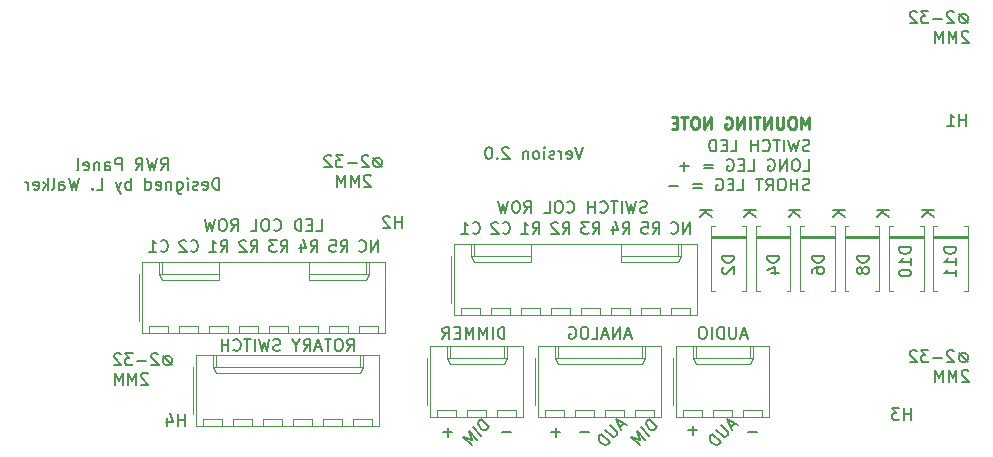
<source format=gbr>
G04 #@! TF.GenerationSoftware,KiCad,Pcbnew,(5.1.5-0-10_14)*
G04 #@! TF.CreationDate,2021-10-24T14:20:49+10:00*
G04 #@! TF.ProjectId,RWR_Control_Panel,5257525f-436f-46e7-9472-6f6c5f50616e,-*
G04 #@! TF.SameCoordinates,Original*
G04 #@! TF.FileFunction,Legend,Bot*
G04 #@! TF.FilePolarity,Positive*
%FSLAX46Y46*%
G04 Gerber Fmt 4.6, Leading zero omitted, Abs format (unit mm)*
G04 Created by KiCad (PCBNEW (5.1.5-0-10_14)) date 2021-10-24 14:20:49*
%MOMM*%
%LPD*%
G04 APERTURE LIST*
%ADD10C,0.150000*%
%ADD11C,0.250000*%
%ADD12C,0.120000*%
G04 APERTURE END LIST*
D10*
X160178226Y-96893130D02*
X159844892Y-97893130D01*
X159511559Y-96893130D01*
X158797273Y-97845511D02*
X158892511Y-97893130D01*
X159082988Y-97893130D01*
X159178226Y-97845511D01*
X159225845Y-97750273D01*
X159225845Y-97369321D01*
X159178226Y-97274083D01*
X159082988Y-97226464D01*
X158892511Y-97226464D01*
X158797273Y-97274083D01*
X158749654Y-97369321D01*
X158749654Y-97464559D01*
X159225845Y-97559797D01*
X158321083Y-97893130D02*
X158321083Y-97226464D01*
X158321083Y-97416940D02*
X158273464Y-97321702D01*
X158225845Y-97274083D01*
X158130607Y-97226464D01*
X158035369Y-97226464D01*
X157749654Y-97845511D02*
X157654416Y-97893130D01*
X157463940Y-97893130D01*
X157368702Y-97845511D01*
X157321083Y-97750273D01*
X157321083Y-97702654D01*
X157368702Y-97607416D01*
X157463940Y-97559797D01*
X157606797Y-97559797D01*
X157702035Y-97512178D01*
X157749654Y-97416940D01*
X157749654Y-97369321D01*
X157702035Y-97274083D01*
X157606797Y-97226464D01*
X157463940Y-97226464D01*
X157368702Y-97274083D01*
X156892511Y-97893130D02*
X156892511Y-97226464D01*
X156892511Y-96893130D02*
X156940130Y-96940750D01*
X156892511Y-96988369D01*
X156844892Y-96940750D01*
X156892511Y-96893130D01*
X156892511Y-96988369D01*
X156273464Y-97893130D02*
X156368702Y-97845511D01*
X156416321Y-97797892D01*
X156463940Y-97702654D01*
X156463940Y-97416940D01*
X156416321Y-97321702D01*
X156368702Y-97274083D01*
X156273464Y-97226464D01*
X156130607Y-97226464D01*
X156035369Y-97274083D01*
X155987750Y-97321702D01*
X155940130Y-97416940D01*
X155940130Y-97702654D01*
X155987750Y-97797892D01*
X156035369Y-97845511D01*
X156130607Y-97893130D01*
X156273464Y-97893130D01*
X155511559Y-97226464D02*
X155511559Y-97893130D01*
X155511559Y-97321702D02*
X155463940Y-97274083D01*
X155368702Y-97226464D01*
X155225845Y-97226464D01*
X155130607Y-97274083D01*
X155082988Y-97369321D01*
X155082988Y-97893130D01*
X153892511Y-96988369D02*
X153844892Y-96940750D01*
X153749654Y-96893130D01*
X153511559Y-96893130D01*
X153416321Y-96940750D01*
X153368702Y-96988369D01*
X153321083Y-97083607D01*
X153321083Y-97178845D01*
X153368702Y-97321702D01*
X153940130Y-97893130D01*
X153321083Y-97893130D01*
X152892511Y-97797892D02*
X152844892Y-97845511D01*
X152892511Y-97893130D01*
X152940130Y-97845511D01*
X152892511Y-97797892D01*
X152892511Y-97893130D01*
X152225845Y-96893130D02*
X152130607Y-96893130D01*
X152035369Y-96940750D01*
X151987750Y-96988369D01*
X151940130Y-97083607D01*
X151892511Y-97274083D01*
X151892511Y-97512178D01*
X151940130Y-97702654D01*
X151987750Y-97797892D01*
X152035369Y-97845511D01*
X152130607Y-97893130D01*
X152225845Y-97893130D01*
X152321083Y-97845511D01*
X152368702Y-97797892D01*
X152416321Y-97702654D01*
X152463940Y-97512178D01*
X152463940Y-97274083D01*
X152416321Y-97083607D01*
X152368702Y-96988369D01*
X152321083Y-96940750D01*
X152225845Y-96893130D01*
X179321773Y-97211511D02*
X179178916Y-97259130D01*
X178940821Y-97259130D01*
X178845583Y-97211511D01*
X178797964Y-97163892D01*
X178750345Y-97068654D01*
X178750345Y-96973416D01*
X178797964Y-96878178D01*
X178845583Y-96830559D01*
X178940821Y-96782940D01*
X179131297Y-96735321D01*
X179226535Y-96687702D01*
X179274154Y-96640083D01*
X179321773Y-96544845D01*
X179321773Y-96449607D01*
X179274154Y-96354369D01*
X179226535Y-96306750D01*
X179131297Y-96259130D01*
X178893202Y-96259130D01*
X178750345Y-96306750D01*
X178417011Y-96259130D02*
X178178916Y-97259130D01*
X177988440Y-96544845D01*
X177797964Y-97259130D01*
X177559869Y-96259130D01*
X177178916Y-97259130D02*
X177178916Y-96259130D01*
X176845583Y-96259130D02*
X176274154Y-96259130D01*
X176559869Y-97259130D02*
X176559869Y-96259130D01*
X175369392Y-97163892D02*
X175417011Y-97211511D01*
X175559869Y-97259130D01*
X175655107Y-97259130D01*
X175797964Y-97211511D01*
X175893202Y-97116273D01*
X175940821Y-97021035D01*
X175988440Y-96830559D01*
X175988440Y-96687702D01*
X175940821Y-96497226D01*
X175893202Y-96401988D01*
X175797964Y-96306750D01*
X175655107Y-96259130D01*
X175559869Y-96259130D01*
X175417011Y-96306750D01*
X175369392Y-96354369D01*
X174940821Y-97259130D02*
X174940821Y-96259130D01*
X174940821Y-96735321D02*
X174369392Y-96735321D01*
X174369392Y-97259130D02*
X174369392Y-96259130D01*
X172655107Y-97259130D02*
X173131297Y-97259130D01*
X173131297Y-96259130D01*
X172321773Y-96735321D02*
X171988440Y-96735321D01*
X171845583Y-97259130D02*
X172321773Y-97259130D01*
X172321773Y-96259130D01*
X171845583Y-96259130D01*
X171417011Y-97259130D02*
X171417011Y-96259130D01*
X171178916Y-96259130D01*
X171036059Y-96306750D01*
X170940821Y-96401988D01*
X170893202Y-96497226D01*
X170845583Y-96687702D01*
X170845583Y-96830559D01*
X170893202Y-97021035D01*
X170940821Y-97116273D01*
X171036059Y-97211511D01*
X171178916Y-97259130D01*
X171417011Y-97259130D01*
X178797964Y-98909130D02*
X179274154Y-98909130D01*
X179274154Y-97909130D01*
X178274154Y-97909130D02*
X178083678Y-97909130D01*
X177988440Y-97956750D01*
X177893202Y-98051988D01*
X177845583Y-98242464D01*
X177845583Y-98575797D01*
X177893202Y-98766273D01*
X177988440Y-98861511D01*
X178083678Y-98909130D01*
X178274154Y-98909130D01*
X178369392Y-98861511D01*
X178464630Y-98766273D01*
X178512250Y-98575797D01*
X178512250Y-98242464D01*
X178464630Y-98051988D01*
X178369392Y-97956750D01*
X178274154Y-97909130D01*
X177417011Y-98909130D02*
X177417011Y-97909130D01*
X176845583Y-98909130D01*
X176845583Y-97909130D01*
X175845583Y-97956750D02*
X175940821Y-97909130D01*
X176083678Y-97909130D01*
X176226535Y-97956750D01*
X176321773Y-98051988D01*
X176369392Y-98147226D01*
X176417011Y-98337702D01*
X176417011Y-98480559D01*
X176369392Y-98671035D01*
X176321773Y-98766273D01*
X176226535Y-98861511D01*
X176083678Y-98909130D01*
X175988440Y-98909130D01*
X175845583Y-98861511D01*
X175797964Y-98813892D01*
X175797964Y-98480559D01*
X175988440Y-98480559D01*
X174131297Y-98909130D02*
X174607488Y-98909130D01*
X174607488Y-97909130D01*
X173797964Y-98385321D02*
X173464630Y-98385321D01*
X173321773Y-98909130D02*
X173797964Y-98909130D01*
X173797964Y-97909130D01*
X173321773Y-97909130D01*
X172369392Y-97956750D02*
X172464630Y-97909130D01*
X172607488Y-97909130D01*
X172750345Y-97956750D01*
X172845583Y-98051988D01*
X172893202Y-98147226D01*
X172940821Y-98337702D01*
X172940821Y-98480559D01*
X172893202Y-98671035D01*
X172845583Y-98766273D01*
X172750345Y-98861511D01*
X172607488Y-98909130D01*
X172512250Y-98909130D01*
X172369392Y-98861511D01*
X172321773Y-98813892D01*
X172321773Y-98480559D01*
X172512250Y-98480559D01*
X171131297Y-98385321D02*
X170369392Y-98385321D01*
X170369392Y-98671035D02*
X171131297Y-98671035D01*
X169131297Y-98528178D02*
X168369392Y-98528178D01*
X168750345Y-98909130D02*
X168750345Y-98147226D01*
X179321773Y-100511511D02*
X179178916Y-100559130D01*
X178940821Y-100559130D01*
X178845583Y-100511511D01*
X178797964Y-100463892D01*
X178750345Y-100368654D01*
X178750345Y-100273416D01*
X178797964Y-100178178D01*
X178845583Y-100130559D01*
X178940821Y-100082940D01*
X179131297Y-100035321D01*
X179226535Y-99987702D01*
X179274154Y-99940083D01*
X179321773Y-99844845D01*
X179321773Y-99749607D01*
X179274154Y-99654369D01*
X179226535Y-99606750D01*
X179131297Y-99559130D01*
X178893202Y-99559130D01*
X178750345Y-99606750D01*
X178321773Y-100559130D02*
X178321773Y-99559130D01*
X178321773Y-100035321D02*
X177750345Y-100035321D01*
X177750345Y-100559130D02*
X177750345Y-99559130D01*
X177083678Y-99559130D02*
X176893202Y-99559130D01*
X176797964Y-99606750D01*
X176702726Y-99701988D01*
X176655107Y-99892464D01*
X176655107Y-100225797D01*
X176702726Y-100416273D01*
X176797964Y-100511511D01*
X176893202Y-100559130D01*
X177083678Y-100559130D01*
X177178916Y-100511511D01*
X177274154Y-100416273D01*
X177321773Y-100225797D01*
X177321773Y-99892464D01*
X177274154Y-99701988D01*
X177178916Y-99606750D01*
X177083678Y-99559130D01*
X175655107Y-100559130D02*
X175988440Y-100082940D01*
X176226535Y-100559130D02*
X176226535Y-99559130D01*
X175845583Y-99559130D01*
X175750345Y-99606750D01*
X175702726Y-99654369D01*
X175655107Y-99749607D01*
X175655107Y-99892464D01*
X175702726Y-99987702D01*
X175750345Y-100035321D01*
X175845583Y-100082940D01*
X176226535Y-100082940D01*
X175369392Y-99559130D02*
X174797964Y-99559130D01*
X175083678Y-100559130D02*
X175083678Y-99559130D01*
X173226535Y-100559130D02*
X173702726Y-100559130D01*
X173702726Y-99559130D01*
X172893202Y-100035321D02*
X172559869Y-100035321D01*
X172417011Y-100559130D02*
X172893202Y-100559130D01*
X172893202Y-99559130D01*
X172417011Y-99559130D01*
X171464630Y-99606750D02*
X171559869Y-99559130D01*
X171702726Y-99559130D01*
X171845583Y-99606750D01*
X171940821Y-99701988D01*
X171988440Y-99797226D01*
X172036059Y-99987702D01*
X172036059Y-100130559D01*
X171988440Y-100321035D01*
X171940821Y-100416273D01*
X171845583Y-100511511D01*
X171702726Y-100559130D01*
X171607488Y-100559130D01*
X171464630Y-100511511D01*
X171417011Y-100463892D01*
X171417011Y-100130559D01*
X171607488Y-100130559D01*
X170226535Y-100035321D02*
X169464630Y-100035321D01*
X169464630Y-100321035D02*
X170226535Y-100321035D01*
X168226535Y-100178178D02*
X167464630Y-100178178D01*
D11*
X179323273Y-95353130D02*
X179323273Y-94353130D01*
X178989940Y-95067416D01*
X178656607Y-94353130D01*
X178656607Y-95353130D01*
X177989940Y-94353130D02*
X177799464Y-94353130D01*
X177704226Y-94400750D01*
X177608988Y-94495988D01*
X177561369Y-94686464D01*
X177561369Y-95019797D01*
X177608988Y-95210273D01*
X177704226Y-95305511D01*
X177799464Y-95353130D01*
X177989940Y-95353130D01*
X178085178Y-95305511D01*
X178180416Y-95210273D01*
X178228035Y-95019797D01*
X178228035Y-94686464D01*
X178180416Y-94495988D01*
X178085178Y-94400750D01*
X177989940Y-94353130D01*
X177132797Y-94353130D02*
X177132797Y-95162654D01*
X177085178Y-95257892D01*
X177037559Y-95305511D01*
X176942321Y-95353130D01*
X176751845Y-95353130D01*
X176656607Y-95305511D01*
X176608988Y-95257892D01*
X176561369Y-95162654D01*
X176561369Y-94353130D01*
X176085178Y-95353130D02*
X176085178Y-94353130D01*
X175513750Y-95353130D01*
X175513750Y-94353130D01*
X175180416Y-94353130D02*
X174608988Y-94353130D01*
X174894702Y-95353130D02*
X174894702Y-94353130D01*
X174275654Y-95353130D02*
X174275654Y-94353130D01*
X173799464Y-95353130D02*
X173799464Y-94353130D01*
X173228035Y-95353130D01*
X173228035Y-94353130D01*
X172228035Y-94400750D02*
X172323273Y-94353130D01*
X172466130Y-94353130D01*
X172608988Y-94400750D01*
X172704226Y-94495988D01*
X172751845Y-94591226D01*
X172799464Y-94781702D01*
X172799464Y-94924559D01*
X172751845Y-95115035D01*
X172704226Y-95210273D01*
X172608988Y-95305511D01*
X172466130Y-95353130D01*
X172370892Y-95353130D01*
X172228035Y-95305511D01*
X172180416Y-95257892D01*
X172180416Y-94924559D01*
X172370892Y-94924559D01*
X170989940Y-95353130D02*
X170989940Y-94353130D01*
X170418511Y-95353130D01*
X170418511Y-94353130D01*
X169751845Y-94353130D02*
X169561369Y-94353130D01*
X169466130Y-94400750D01*
X169370892Y-94495988D01*
X169323273Y-94686464D01*
X169323273Y-95019797D01*
X169370892Y-95210273D01*
X169466130Y-95305511D01*
X169561369Y-95353130D01*
X169751845Y-95353130D01*
X169847083Y-95305511D01*
X169942321Y-95210273D01*
X169989940Y-95019797D01*
X169989940Y-94686464D01*
X169942321Y-94495988D01*
X169847083Y-94400750D01*
X169751845Y-94353130D01*
X169037559Y-94353130D02*
X168466130Y-94353130D01*
X168751845Y-95353130D02*
X168751845Y-94353130D01*
X168132797Y-94829321D02*
X167799464Y-94829321D01*
X167656607Y-95353130D02*
X168132797Y-95353130D01*
X168132797Y-94353130D01*
X167656607Y-94353130D01*
D10*
X124427845Y-98846130D02*
X124761178Y-98369940D01*
X124999273Y-98846130D02*
X124999273Y-97846130D01*
X124618321Y-97846130D01*
X124523083Y-97893750D01*
X124475464Y-97941369D01*
X124427845Y-98036607D01*
X124427845Y-98179464D01*
X124475464Y-98274702D01*
X124523083Y-98322321D01*
X124618321Y-98369940D01*
X124999273Y-98369940D01*
X124094511Y-97846130D02*
X123856416Y-98846130D01*
X123665940Y-98131845D01*
X123475464Y-98846130D01*
X123237369Y-97846130D01*
X122284988Y-98846130D02*
X122618321Y-98369940D01*
X122856416Y-98846130D02*
X122856416Y-97846130D01*
X122475464Y-97846130D01*
X122380226Y-97893750D01*
X122332607Y-97941369D01*
X122284988Y-98036607D01*
X122284988Y-98179464D01*
X122332607Y-98274702D01*
X122380226Y-98322321D01*
X122475464Y-98369940D01*
X122856416Y-98369940D01*
X121094511Y-98846130D02*
X121094511Y-97846130D01*
X120713559Y-97846130D01*
X120618321Y-97893750D01*
X120570702Y-97941369D01*
X120523083Y-98036607D01*
X120523083Y-98179464D01*
X120570702Y-98274702D01*
X120618321Y-98322321D01*
X120713559Y-98369940D01*
X121094511Y-98369940D01*
X119665940Y-98846130D02*
X119665940Y-98322321D01*
X119713559Y-98227083D01*
X119808797Y-98179464D01*
X119999273Y-98179464D01*
X120094511Y-98227083D01*
X119665940Y-98798511D02*
X119761178Y-98846130D01*
X119999273Y-98846130D01*
X120094511Y-98798511D01*
X120142130Y-98703273D01*
X120142130Y-98608035D01*
X120094511Y-98512797D01*
X119999273Y-98465178D01*
X119761178Y-98465178D01*
X119665940Y-98417559D01*
X119189750Y-98179464D02*
X119189750Y-98846130D01*
X119189750Y-98274702D02*
X119142130Y-98227083D01*
X119046892Y-98179464D01*
X118904035Y-98179464D01*
X118808797Y-98227083D01*
X118761178Y-98322321D01*
X118761178Y-98846130D01*
X117904035Y-98798511D02*
X117999273Y-98846130D01*
X118189750Y-98846130D01*
X118284988Y-98798511D01*
X118332607Y-98703273D01*
X118332607Y-98322321D01*
X118284988Y-98227083D01*
X118189750Y-98179464D01*
X117999273Y-98179464D01*
X117904035Y-98227083D01*
X117856416Y-98322321D01*
X117856416Y-98417559D01*
X118332607Y-98512797D01*
X117284988Y-98846130D02*
X117380226Y-98798511D01*
X117427845Y-98703273D01*
X117427845Y-97846130D01*
X129356416Y-100496130D02*
X129356416Y-99496130D01*
X129118321Y-99496130D01*
X128975464Y-99543750D01*
X128880226Y-99638988D01*
X128832607Y-99734226D01*
X128784988Y-99924702D01*
X128784988Y-100067559D01*
X128832607Y-100258035D01*
X128880226Y-100353273D01*
X128975464Y-100448511D01*
X129118321Y-100496130D01*
X129356416Y-100496130D01*
X127975464Y-100448511D02*
X128070702Y-100496130D01*
X128261178Y-100496130D01*
X128356416Y-100448511D01*
X128404035Y-100353273D01*
X128404035Y-99972321D01*
X128356416Y-99877083D01*
X128261178Y-99829464D01*
X128070702Y-99829464D01*
X127975464Y-99877083D01*
X127927845Y-99972321D01*
X127927845Y-100067559D01*
X128404035Y-100162797D01*
X127546892Y-100448511D02*
X127451654Y-100496130D01*
X127261178Y-100496130D01*
X127165940Y-100448511D01*
X127118321Y-100353273D01*
X127118321Y-100305654D01*
X127165940Y-100210416D01*
X127261178Y-100162797D01*
X127404035Y-100162797D01*
X127499273Y-100115178D01*
X127546892Y-100019940D01*
X127546892Y-99972321D01*
X127499273Y-99877083D01*
X127404035Y-99829464D01*
X127261178Y-99829464D01*
X127165940Y-99877083D01*
X126689750Y-100496130D02*
X126689750Y-99829464D01*
X126689750Y-99496130D02*
X126737369Y-99543750D01*
X126689750Y-99591369D01*
X126642130Y-99543750D01*
X126689750Y-99496130D01*
X126689750Y-99591369D01*
X125784988Y-99829464D02*
X125784988Y-100638988D01*
X125832607Y-100734226D01*
X125880226Y-100781845D01*
X125975464Y-100829464D01*
X126118321Y-100829464D01*
X126213559Y-100781845D01*
X125784988Y-100448511D02*
X125880226Y-100496130D01*
X126070702Y-100496130D01*
X126165940Y-100448511D01*
X126213559Y-100400892D01*
X126261178Y-100305654D01*
X126261178Y-100019940D01*
X126213559Y-99924702D01*
X126165940Y-99877083D01*
X126070702Y-99829464D01*
X125880226Y-99829464D01*
X125784988Y-99877083D01*
X125308797Y-99829464D02*
X125308797Y-100496130D01*
X125308797Y-99924702D02*
X125261178Y-99877083D01*
X125165940Y-99829464D01*
X125023083Y-99829464D01*
X124927845Y-99877083D01*
X124880226Y-99972321D01*
X124880226Y-100496130D01*
X124023083Y-100448511D02*
X124118321Y-100496130D01*
X124308797Y-100496130D01*
X124404035Y-100448511D01*
X124451654Y-100353273D01*
X124451654Y-99972321D01*
X124404035Y-99877083D01*
X124308797Y-99829464D01*
X124118321Y-99829464D01*
X124023083Y-99877083D01*
X123975464Y-99972321D01*
X123975464Y-100067559D01*
X124451654Y-100162797D01*
X123118321Y-100496130D02*
X123118321Y-99496130D01*
X123118321Y-100448511D02*
X123213559Y-100496130D01*
X123404035Y-100496130D01*
X123499273Y-100448511D01*
X123546892Y-100400892D01*
X123594511Y-100305654D01*
X123594511Y-100019940D01*
X123546892Y-99924702D01*
X123499273Y-99877083D01*
X123404035Y-99829464D01*
X123213559Y-99829464D01*
X123118321Y-99877083D01*
X121880226Y-100496130D02*
X121880226Y-99496130D01*
X121880226Y-99877083D02*
X121784988Y-99829464D01*
X121594511Y-99829464D01*
X121499273Y-99877083D01*
X121451654Y-99924702D01*
X121404035Y-100019940D01*
X121404035Y-100305654D01*
X121451654Y-100400892D01*
X121499273Y-100448511D01*
X121594511Y-100496130D01*
X121784988Y-100496130D01*
X121880226Y-100448511D01*
X121070702Y-99829464D02*
X120832607Y-100496130D01*
X120594511Y-99829464D02*
X120832607Y-100496130D01*
X120927845Y-100734226D01*
X120975464Y-100781845D01*
X121070702Y-100829464D01*
X118975464Y-100496130D02*
X119451654Y-100496130D01*
X119451654Y-99496130D01*
X118642130Y-100400892D02*
X118594511Y-100448511D01*
X118642130Y-100496130D01*
X118689750Y-100448511D01*
X118642130Y-100400892D01*
X118642130Y-100496130D01*
X117499273Y-99496130D02*
X117261178Y-100496130D01*
X117070702Y-99781845D01*
X116880226Y-100496130D01*
X116642130Y-99496130D01*
X115832607Y-100496130D02*
X115832607Y-99972321D01*
X115880226Y-99877083D01*
X115975464Y-99829464D01*
X116165940Y-99829464D01*
X116261178Y-99877083D01*
X115832607Y-100448511D02*
X115927845Y-100496130D01*
X116165940Y-100496130D01*
X116261178Y-100448511D01*
X116308797Y-100353273D01*
X116308797Y-100258035D01*
X116261178Y-100162797D01*
X116165940Y-100115178D01*
X115927845Y-100115178D01*
X115832607Y-100067559D01*
X115213559Y-100496130D02*
X115308797Y-100448511D01*
X115356416Y-100353273D01*
X115356416Y-99496130D01*
X114832607Y-100496130D02*
X114832607Y-99496130D01*
X114737369Y-100115178D02*
X114451654Y-100496130D01*
X114451654Y-99829464D02*
X114832607Y-100210416D01*
X113642130Y-100448511D02*
X113737369Y-100496130D01*
X113927845Y-100496130D01*
X114023083Y-100448511D01*
X114070702Y-100353273D01*
X114070702Y-99972321D01*
X114023083Y-99877083D01*
X113927845Y-99829464D01*
X113737369Y-99829464D01*
X113642130Y-99877083D01*
X113594511Y-99972321D01*
X113594511Y-100067559D01*
X114070702Y-100162797D01*
X113165940Y-100496130D02*
X113165940Y-99829464D01*
X113165940Y-100019940D02*
X113118321Y-99924702D01*
X113070702Y-99877083D01*
X112975464Y-99829464D01*
X112880226Y-99829464D01*
X126442154Y-120499130D02*
X126442154Y-119499130D01*
X126442154Y-119975321D02*
X125870726Y-119975321D01*
X125870726Y-120499130D02*
X125870726Y-119499130D01*
X124965964Y-119832464D02*
X124965964Y-120499130D01*
X125204059Y-119451511D02*
X125442154Y-120165797D01*
X124823107Y-120165797D01*
X187910154Y-119991130D02*
X187910154Y-118991130D01*
X187910154Y-119467321D02*
X187338726Y-119467321D01*
X187338726Y-119991130D02*
X187338726Y-118991130D01*
X186957773Y-118991130D02*
X186338726Y-118991130D01*
X186672059Y-119372083D01*
X186529202Y-119372083D01*
X186433964Y-119419702D01*
X186386345Y-119467321D01*
X186338726Y-119562559D01*
X186338726Y-119800654D01*
X186386345Y-119895892D01*
X186433964Y-119943511D01*
X186529202Y-119991130D01*
X186814916Y-119991130D01*
X186910154Y-119943511D01*
X186957773Y-119895892D01*
X142890607Y-97830226D02*
X142700130Y-97830226D01*
X142509654Y-97925464D01*
X142414416Y-98115940D01*
X142414416Y-98306416D01*
X142509654Y-98496892D01*
X142700130Y-98592130D01*
X142890607Y-98592130D01*
X143081083Y-98496892D01*
X143176321Y-98306416D01*
X143176321Y-98115940D01*
X143081083Y-97925464D01*
X142890607Y-97830226D01*
X142414416Y-97830226D02*
X143176321Y-98592130D01*
X141985845Y-97687369D02*
X141938226Y-97639750D01*
X141842988Y-97592130D01*
X141604892Y-97592130D01*
X141509654Y-97639750D01*
X141462035Y-97687369D01*
X141414416Y-97782607D01*
X141414416Y-97877845D01*
X141462035Y-98020702D01*
X142033464Y-98592130D01*
X141414416Y-98592130D01*
X140985845Y-98211178D02*
X140223940Y-98211178D01*
X139842988Y-97592130D02*
X139223940Y-97592130D01*
X139557273Y-97973083D01*
X139414416Y-97973083D01*
X139319178Y-98020702D01*
X139271559Y-98068321D01*
X139223940Y-98163559D01*
X139223940Y-98401654D01*
X139271559Y-98496892D01*
X139319178Y-98544511D01*
X139414416Y-98592130D01*
X139700130Y-98592130D01*
X139795369Y-98544511D01*
X139842988Y-98496892D01*
X138842988Y-97687369D02*
X138795369Y-97639750D01*
X138700130Y-97592130D01*
X138462035Y-97592130D01*
X138366797Y-97639750D01*
X138319178Y-97687369D01*
X138271559Y-97782607D01*
X138271559Y-97877845D01*
X138319178Y-98020702D01*
X138890607Y-98592130D01*
X138271559Y-98592130D01*
X142176321Y-99337369D02*
X142128702Y-99289750D01*
X142033464Y-99242130D01*
X141795369Y-99242130D01*
X141700130Y-99289750D01*
X141652511Y-99337369D01*
X141604892Y-99432607D01*
X141604892Y-99527845D01*
X141652511Y-99670702D01*
X142223940Y-100242130D01*
X141604892Y-100242130D01*
X141176321Y-100242130D02*
X141176321Y-99242130D01*
X140842988Y-99956416D01*
X140509654Y-99242130D01*
X140509654Y-100242130D01*
X140033464Y-100242130D02*
X140033464Y-99242130D01*
X139700130Y-99956416D01*
X139366797Y-99242130D01*
X139366797Y-100242130D01*
X125080773Y-114594226D02*
X124890297Y-114594226D01*
X124699821Y-114689464D01*
X124604583Y-114879940D01*
X124604583Y-115070416D01*
X124699821Y-115260892D01*
X124890297Y-115356130D01*
X125080773Y-115356130D01*
X125271250Y-115260892D01*
X125366488Y-115070416D01*
X125366488Y-114879940D01*
X125271250Y-114689464D01*
X125080773Y-114594226D01*
X124604583Y-114594226D02*
X125366488Y-115356130D01*
X124176011Y-114451369D02*
X124128392Y-114403750D01*
X124033154Y-114356130D01*
X123795059Y-114356130D01*
X123699821Y-114403750D01*
X123652202Y-114451369D01*
X123604583Y-114546607D01*
X123604583Y-114641845D01*
X123652202Y-114784702D01*
X124223630Y-115356130D01*
X123604583Y-115356130D01*
X123176011Y-114975178D02*
X122414107Y-114975178D01*
X122033154Y-114356130D02*
X121414107Y-114356130D01*
X121747440Y-114737083D01*
X121604583Y-114737083D01*
X121509345Y-114784702D01*
X121461726Y-114832321D01*
X121414107Y-114927559D01*
X121414107Y-115165654D01*
X121461726Y-115260892D01*
X121509345Y-115308511D01*
X121604583Y-115356130D01*
X121890297Y-115356130D01*
X121985535Y-115308511D01*
X122033154Y-115260892D01*
X121033154Y-114451369D02*
X120985535Y-114403750D01*
X120890297Y-114356130D01*
X120652202Y-114356130D01*
X120556964Y-114403750D01*
X120509345Y-114451369D01*
X120461726Y-114546607D01*
X120461726Y-114641845D01*
X120509345Y-114784702D01*
X121080773Y-115356130D01*
X120461726Y-115356130D01*
X123318869Y-116101369D02*
X123271250Y-116053750D01*
X123176011Y-116006130D01*
X122937916Y-116006130D01*
X122842678Y-116053750D01*
X122795059Y-116101369D01*
X122747440Y-116196607D01*
X122747440Y-116291845D01*
X122795059Y-116434702D01*
X123366488Y-117006130D01*
X122747440Y-117006130D01*
X122318869Y-117006130D02*
X122318869Y-116006130D01*
X121985535Y-116720416D01*
X121652202Y-116006130D01*
X121652202Y-117006130D01*
X121176011Y-117006130D02*
X121176011Y-116006130D01*
X120842678Y-116720416D01*
X120509345Y-116006130D01*
X120509345Y-117006130D01*
X192450440Y-114340226D02*
X192259964Y-114340226D01*
X192069488Y-114435464D01*
X191974250Y-114625940D01*
X191974250Y-114816416D01*
X192069488Y-115006892D01*
X192259964Y-115102130D01*
X192450440Y-115102130D01*
X192640916Y-115006892D01*
X192736154Y-114816416D01*
X192736154Y-114625940D01*
X192640916Y-114435464D01*
X192450440Y-114340226D01*
X191974250Y-114340226D02*
X192736154Y-115102130D01*
X191545678Y-114197369D02*
X191498059Y-114149750D01*
X191402821Y-114102130D01*
X191164726Y-114102130D01*
X191069488Y-114149750D01*
X191021869Y-114197369D01*
X190974250Y-114292607D01*
X190974250Y-114387845D01*
X191021869Y-114530702D01*
X191593297Y-115102130D01*
X190974250Y-115102130D01*
X190545678Y-114721178D02*
X189783773Y-114721178D01*
X189402821Y-114102130D02*
X188783773Y-114102130D01*
X189117107Y-114483083D01*
X188974250Y-114483083D01*
X188879011Y-114530702D01*
X188831392Y-114578321D01*
X188783773Y-114673559D01*
X188783773Y-114911654D01*
X188831392Y-115006892D01*
X188879011Y-115054511D01*
X188974250Y-115102130D01*
X189259964Y-115102130D01*
X189355202Y-115054511D01*
X189402821Y-115006892D01*
X188402821Y-114197369D02*
X188355202Y-114149750D01*
X188259964Y-114102130D01*
X188021869Y-114102130D01*
X187926630Y-114149750D01*
X187879011Y-114197369D01*
X187831392Y-114292607D01*
X187831392Y-114387845D01*
X187879011Y-114530702D01*
X188450440Y-115102130D01*
X187831392Y-115102130D01*
X192783773Y-115847369D02*
X192736154Y-115799750D01*
X192640916Y-115752130D01*
X192402821Y-115752130D01*
X192307583Y-115799750D01*
X192259964Y-115847369D01*
X192212345Y-115942607D01*
X192212345Y-116037845D01*
X192259964Y-116180702D01*
X192831392Y-116752130D01*
X192212345Y-116752130D01*
X191783773Y-116752130D02*
X191783773Y-115752130D01*
X191450440Y-116466416D01*
X191117107Y-115752130D01*
X191117107Y-116752130D01*
X190640916Y-116752130D02*
X190640916Y-115752130D01*
X190307583Y-116466416D01*
X189974250Y-115752130D01*
X189974250Y-116752130D01*
X144811654Y-103735130D02*
X144811654Y-102735130D01*
X144811654Y-103211321D02*
X144240226Y-103211321D01*
X144240226Y-103735130D02*
X144240226Y-102735130D01*
X143811654Y-102830369D02*
X143764035Y-102782750D01*
X143668797Y-102735130D01*
X143430702Y-102735130D01*
X143335464Y-102782750D01*
X143287845Y-102830369D01*
X143240226Y-102925607D01*
X143240226Y-103020845D01*
X143287845Y-103163702D01*
X143859273Y-103735130D01*
X143240226Y-103735130D01*
X192450440Y-85638226D02*
X192259964Y-85638226D01*
X192069488Y-85733464D01*
X191974250Y-85923940D01*
X191974250Y-86114416D01*
X192069488Y-86304892D01*
X192259964Y-86400130D01*
X192450440Y-86400130D01*
X192640916Y-86304892D01*
X192736154Y-86114416D01*
X192736154Y-85923940D01*
X192640916Y-85733464D01*
X192450440Y-85638226D01*
X191974250Y-85638226D02*
X192736154Y-86400130D01*
X191545678Y-85495369D02*
X191498059Y-85447750D01*
X191402821Y-85400130D01*
X191164726Y-85400130D01*
X191069488Y-85447750D01*
X191021869Y-85495369D01*
X190974250Y-85590607D01*
X190974250Y-85685845D01*
X191021869Y-85828702D01*
X191593297Y-86400130D01*
X190974250Y-86400130D01*
X190545678Y-86019178D02*
X189783773Y-86019178D01*
X189402821Y-85400130D02*
X188783773Y-85400130D01*
X189117107Y-85781083D01*
X188974250Y-85781083D01*
X188879011Y-85828702D01*
X188831392Y-85876321D01*
X188783773Y-85971559D01*
X188783773Y-86209654D01*
X188831392Y-86304892D01*
X188879011Y-86352511D01*
X188974250Y-86400130D01*
X189259964Y-86400130D01*
X189355202Y-86352511D01*
X189402821Y-86304892D01*
X188402821Y-85495369D02*
X188355202Y-85447750D01*
X188259964Y-85400130D01*
X188021869Y-85400130D01*
X187926630Y-85447750D01*
X187879011Y-85495369D01*
X187831392Y-85590607D01*
X187831392Y-85685845D01*
X187879011Y-85828702D01*
X188450440Y-86400130D01*
X187831392Y-86400130D01*
X192783773Y-87145369D02*
X192736154Y-87097750D01*
X192640916Y-87050130D01*
X192402821Y-87050130D01*
X192307583Y-87097750D01*
X192259964Y-87145369D01*
X192212345Y-87240607D01*
X192212345Y-87335845D01*
X192259964Y-87478702D01*
X192831392Y-88050130D01*
X192212345Y-88050130D01*
X191783773Y-88050130D02*
X191783773Y-87050130D01*
X191450440Y-87764416D01*
X191117107Y-87050130D01*
X191117107Y-88050130D01*
X190640916Y-88050130D02*
X190640916Y-87050130D01*
X190307583Y-87764416D01*
X189974250Y-87050130D01*
X189974250Y-88050130D01*
X192563654Y-95099130D02*
X192563654Y-94099130D01*
X192563654Y-94575321D02*
X191992226Y-94575321D01*
X191992226Y-95099130D02*
X191992226Y-94099130D01*
X190992226Y-95099130D02*
X191563654Y-95099130D01*
X191277940Y-95099130D02*
X191277940Y-94099130D01*
X191373178Y-94241988D01*
X191468416Y-94337226D01*
X191563654Y-94384845D01*
X126944416Y-105671892D02*
X126992035Y-105719511D01*
X127134892Y-105767130D01*
X127230130Y-105767130D01*
X127372988Y-105719511D01*
X127468226Y-105624273D01*
X127515845Y-105529035D01*
X127563464Y-105338559D01*
X127563464Y-105195702D01*
X127515845Y-105005226D01*
X127468226Y-104909988D01*
X127372988Y-104814750D01*
X127230130Y-104767130D01*
X127134892Y-104767130D01*
X126992035Y-104814750D01*
X126944416Y-104862369D01*
X126563464Y-104862369D02*
X126515845Y-104814750D01*
X126420607Y-104767130D01*
X126182511Y-104767130D01*
X126087273Y-104814750D01*
X126039654Y-104862369D01*
X125992035Y-104957607D01*
X125992035Y-105052845D01*
X126039654Y-105195702D01*
X126611083Y-105767130D01*
X125992035Y-105767130D01*
X124404416Y-105671892D02*
X124452035Y-105719511D01*
X124594892Y-105767130D01*
X124690130Y-105767130D01*
X124832988Y-105719511D01*
X124928226Y-105624273D01*
X124975845Y-105529035D01*
X125023464Y-105338559D01*
X125023464Y-105195702D01*
X124975845Y-105005226D01*
X124928226Y-104909988D01*
X124832988Y-104814750D01*
X124690130Y-104767130D01*
X124594892Y-104767130D01*
X124452035Y-104814750D01*
X124404416Y-104862369D01*
X123452035Y-105767130D02*
X124023464Y-105767130D01*
X123737750Y-105767130D02*
X123737750Y-104767130D01*
X123832988Y-104909988D01*
X123928226Y-105005226D01*
X124023464Y-105052845D01*
X142803464Y-105767130D02*
X142803464Y-104767130D01*
X142232035Y-105767130D01*
X142232035Y-104767130D01*
X141184416Y-105671892D02*
X141232035Y-105719511D01*
X141374892Y-105767130D01*
X141470130Y-105767130D01*
X141612988Y-105719511D01*
X141708226Y-105624273D01*
X141755845Y-105529035D01*
X141803464Y-105338559D01*
X141803464Y-105195702D01*
X141755845Y-105005226D01*
X141708226Y-104909988D01*
X141612988Y-104814750D01*
X141470130Y-104767130D01*
X141374892Y-104767130D01*
X141232035Y-104814750D01*
X141184416Y-104862369D01*
X137104416Y-105767130D02*
X137437750Y-105290940D01*
X137675845Y-105767130D02*
X137675845Y-104767130D01*
X137294892Y-104767130D01*
X137199654Y-104814750D01*
X137152035Y-104862369D01*
X137104416Y-104957607D01*
X137104416Y-105100464D01*
X137152035Y-105195702D01*
X137199654Y-105243321D01*
X137294892Y-105290940D01*
X137675845Y-105290940D01*
X136247273Y-105100464D02*
X136247273Y-105767130D01*
X136485369Y-104719511D02*
X136723464Y-105433797D01*
X136104416Y-105433797D01*
X139644416Y-105767130D02*
X139977750Y-105290940D01*
X140215845Y-105767130D02*
X140215845Y-104767130D01*
X139834892Y-104767130D01*
X139739654Y-104814750D01*
X139692035Y-104862369D01*
X139644416Y-104957607D01*
X139644416Y-105100464D01*
X139692035Y-105195702D01*
X139739654Y-105243321D01*
X139834892Y-105290940D01*
X140215845Y-105290940D01*
X138739654Y-104767130D02*
X139215845Y-104767130D01*
X139263464Y-105243321D01*
X139215845Y-105195702D01*
X139120607Y-105148083D01*
X138882511Y-105148083D01*
X138787273Y-105195702D01*
X138739654Y-105243321D01*
X138692035Y-105338559D01*
X138692035Y-105576654D01*
X138739654Y-105671892D01*
X138787273Y-105719511D01*
X138882511Y-105767130D01*
X139120607Y-105767130D01*
X139215845Y-105719511D01*
X139263464Y-105671892D01*
X132024416Y-105767130D02*
X132357750Y-105290940D01*
X132595845Y-105767130D02*
X132595845Y-104767130D01*
X132214892Y-104767130D01*
X132119654Y-104814750D01*
X132072035Y-104862369D01*
X132024416Y-104957607D01*
X132024416Y-105100464D01*
X132072035Y-105195702D01*
X132119654Y-105243321D01*
X132214892Y-105290940D01*
X132595845Y-105290940D01*
X131643464Y-104862369D02*
X131595845Y-104814750D01*
X131500607Y-104767130D01*
X131262511Y-104767130D01*
X131167273Y-104814750D01*
X131119654Y-104862369D01*
X131072035Y-104957607D01*
X131072035Y-105052845D01*
X131119654Y-105195702D01*
X131691083Y-105767130D01*
X131072035Y-105767130D01*
X134564416Y-105767130D02*
X134897750Y-105290940D01*
X135135845Y-105767130D02*
X135135845Y-104767130D01*
X134754892Y-104767130D01*
X134659654Y-104814750D01*
X134612035Y-104862369D01*
X134564416Y-104957607D01*
X134564416Y-105100464D01*
X134612035Y-105195702D01*
X134659654Y-105243321D01*
X134754892Y-105290940D01*
X135135845Y-105290940D01*
X134231083Y-104767130D02*
X133612035Y-104767130D01*
X133945369Y-105148083D01*
X133802511Y-105148083D01*
X133707273Y-105195702D01*
X133659654Y-105243321D01*
X133612035Y-105338559D01*
X133612035Y-105576654D01*
X133659654Y-105671892D01*
X133707273Y-105719511D01*
X133802511Y-105767130D01*
X134088226Y-105767130D01*
X134183464Y-105719511D01*
X134231083Y-105671892D01*
X129484416Y-105767130D02*
X129817750Y-105290940D01*
X130055845Y-105767130D02*
X130055845Y-104767130D01*
X129674892Y-104767130D01*
X129579654Y-104814750D01*
X129532035Y-104862369D01*
X129484416Y-104957607D01*
X129484416Y-105100464D01*
X129532035Y-105195702D01*
X129579654Y-105243321D01*
X129674892Y-105290940D01*
X130055845Y-105290940D01*
X128532035Y-105767130D02*
X129103464Y-105767130D01*
X128817750Y-105767130D02*
X128817750Y-104767130D01*
X128912988Y-104909988D01*
X129008226Y-105005226D01*
X129103464Y-105052845D01*
X174148797Y-120991321D02*
X174910702Y-120991321D01*
X172999902Y-120288299D02*
X172663185Y-120625017D01*
X173269276Y-120422986D02*
X172326467Y-119951582D01*
X172797872Y-120894391D01*
X171855062Y-120422986D02*
X172427482Y-120995406D01*
X172461154Y-121096421D01*
X172461154Y-121163765D01*
X172427482Y-121264780D01*
X172292795Y-121399467D01*
X172191780Y-121433139D01*
X172124437Y-121433139D01*
X172023421Y-121399467D01*
X171451001Y-120827047D01*
X171821391Y-121870872D02*
X171114284Y-121163765D01*
X170945925Y-121332124D01*
X170878582Y-121466811D01*
X170878582Y-121601498D01*
X170912253Y-121702513D01*
X171013269Y-121870872D01*
X171114284Y-121971887D01*
X171282643Y-122072902D01*
X171383658Y-122106574D01*
X171518345Y-122106574D01*
X171653032Y-122039230D01*
X171821391Y-121870872D01*
X169830702Y-120880178D02*
X169068797Y-120880178D01*
X169449750Y-121261130D02*
X169449750Y-120499226D01*
X166463246Y-120625017D02*
X165756139Y-119917910D01*
X165587780Y-120086269D01*
X165520437Y-120220956D01*
X165520437Y-120355643D01*
X165554108Y-120456658D01*
X165655124Y-120625017D01*
X165756139Y-120726032D01*
X165924498Y-120827047D01*
X166025513Y-120860719D01*
X166160200Y-120860719D01*
X166294887Y-120793375D01*
X166463246Y-120625017D01*
X165756139Y-121332124D02*
X165049032Y-120625017D01*
X165419421Y-121668841D02*
X164712314Y-120961734D01*
X164981688Y-121702513D01*
X164240910Y-121433139D01*
X164948017Y-122140246D01*
X163601902Y-120288299D02*
X163265185Y-120625017D01*
X163871276Y-120422986D02*
X162928467Y-119951582D01*
X163399872Y-120894391D01*
X162457062Y-120422986D02*
X163029482Y-120995406D01*
X163063154Y-121096421D01*
X163063154Y-121163765D01*
X163029482Y-121264780D01*
X162894795Y-121399467D01*
X162793780Y-121433139D01*
X162726437Y-121433139D01*
X162625421Y-121399467D01*
X162053001Y-120827047D01*
X162423391Y-121870872D02*
X161716284Y-121163765D01*
X161547925Y-121332124D01*
X161480582Y-121466811D01*
X161480582Y-121601498D01*
X161514253Y-121702513D01*
X161615269Y-121870872D01*
X161716284Y-121971887D01*
X161884643Y-122072902D01*
X161985658Y-122106574D01*
X162120345Y-122106574D01*
X162255032Y-122039230D01*
X162423391Y-121870872D01*
X159924797Y-120991321D02*
X160686702Y-120991321D01*
X157837178Y-120681797D02*
X157837178Y-121443702D01*
X158218130Y-121062750D02*
X157456226Y-121062750D01*
X153320797Y-120991321D02*
X154082702Y-120991321D01*
X152239246Y-120625017D02*
X151532139Y-119917910D01*
X151363780Y-120086269D01*
X151296437Y-120220956D01*
X151296437Y-120355643D01*
X151330108Y-120456658D01*
X151431124Y-120625017D01*
X151532139Y-120726032D01*
X151700498Y-120827047D01*
X151801513Y-120860719D01*
X151936200Y-120860719D01*
X152070887Y-120793375D01*
X152239246Y-120625017D01*
X151532139Y-121332124D02*
X150825032Y-120625017D01*
X151195421Y-121668841D02*
X150488314Y-120961734D01*
X150757688Y-121702513D01*
X150016910Y-121433139D01*
X150724017Y-122140246D01*
X148693178Y-120681797D02*
X148693178Y-121443702D01*
X149074130Y-121062750D02*
X148312226Y-121062750D01*
X169219464Y-104243130D02*
X169219464Y-103243130D01*
X168648035Y-104243130D01*
X168648035Y-103243130D01*
X167600416Y-104147892D02*
X167648035Y-104195511D01*
X167790892Y-104243130D01*
X167886130Y-104243130D01*
X168028988Y-104195511D01*
X168124226Y-104100273D01*
X168171845Y-104005035D01*
X168219464Y-103814559D01*
X168219464Y-103671702D01*
X168171845Y-103481226D01*
X168124226Y-103385988D01*
X168028988Y-103290750D01*
X167886130Y-103243130D01*
X167790892Y-103243130D01*
X167648035Y-103290750D01*
X167600416Y-103338369D01*
X166060416Y-104243130D02*
X166393750Y-103766940D01*
X166631845Y-104243130D02*
X166631845Y-103243130D01*
X166250892Y-103243130D01*
X166155654Y-103290750D01*
X166108035Y-103338369D01*
X166060416Y-103433607D01*
X166060416Y-103576464D01*
X166108035Y-103671702D01*
X166155654Y-103719321D01*
X166250892Y-103766940D01*
X166631845Y-103766940D01*
X165155654Y-103243130D02*
X165631845Y-103243130D01*
X165679464Y-103719321D01*
X165631845Y-103671702D01*
X165536607Y-103624083D01*
X165298511Y-103624083D01*
X165203273Y-103671702D01*
X165155654Y-103719321D01*
X165108035Y-103814559D01*
X165108035Y-104052654D01*
X165155654Y-104147892D01*
X165203273Y-104195511D01*
X165298511Y-104243130D01*
X165536607Y-104243130D01*
X165631845Y-104195511D01*
X165679464Y-104147892D01*
X163520416Y-104243130D02*
X163853750Y-103766940D01*
X164091845Y-104243130D02*
X164091845Y-103243130D01*
X163710892Y-103243130D01*
X163615654Y-103290750D01*
X163568035Y-103338369D01*
X163520416Y-103433607D01*
X163520416Y-103576464D01*
X163568035Y-103671702D01*
X163615654Y-103719321D01*
X163710892Y-103766940D01*
X164091845Y-103766940D01*
X162663273Y-103576464D02*
X162663273Y-104243130D01*
X162901369Y-103195511D02*
X163139464Y-103909797D01*
X162520416Y-103909797D01*
X160980416Y-104243130D02*
X161313750Y-103766940D01*
X161551845Y-104243130D02*
X161551845Y-103243130D01*
X161170892Y-103243130D01*
X161075654Y-103290750D01*
X161028035Y-103338369D01*
X160980416Y-103433607D01*
X160980416Y-103576464D01*
X161028035Y-103671702D01*
X161075654Y-103719321D01*
X161170892Y-103766940D01*
X161551845Y-103766940D01*
X160647083Y-103243130D02*
X160028035Y-103243130D01*
X160361369Y-103624083D01*
X160218511Y-103624083D01*
X160123273Y-103671702D01*
X160075654Y-103719321D01*
X160028035Y-103814559D01*
X160028035Y-104052654D01*
X160075654Y-104147892D01*
X160123273Y-104195511D01*
X160218511Y-104243130D01*
X160504226Y-104243130D01*
X160599464Y-104195511D01*
X160647083Y-104147892D01*
X158440416Y-104243130D02*
X158773750Y-103766940D01*
X159011845Y-104243130D02*
X159011845Y-103243130D01*
X158630892Y-103243130D01*
X158535654Y-103290750D01*
X158488035Y-103338369D01*
X158440416Y-103433607D01*
X158440416Y-103576464D01*
X158488035Y-103671702D01*
X158535654Y-103719321D01*
X158630892Y-103766940D01*
X159011845Y-103766940D01*
X158059464Y-103338369D02*
X158011845Y-103290750D01*
X157916607Y-103243130D01*
X157678511Y-103243130D01*
X157583273Y-103290750D01*
X157535654Y-103338369D01*
X157488035Y-103433607D01*
X157488035Y-103528845D01*
X157535654Y-103671702D01*
X158107083Y-104243130D01*
X157488035Y-104243130D01*
X155900416Y-104243130D02*
X156233750Y-103766940D01*
X156471845Y-104243130D02*
X156471845Y-103243130D01*
X156090892Y-103243130D01*
X155995654Y-103290750D01*
X155948035Y-103338369D01*
X155900416Y-103433607D01*
X155900416Y-103576464D01*
X155948035Y-103671702D01*
X155995654Y-103719321D01*
X156090892Y-103766940D01*
X156471845Y-103766940D01*
X154948035Y-104243130D02*
X155519464Y-104243130D01*
X155233750Y-104243130D02*
X155233750Y-103243130D01*
X155328988Y-103385988D01*
X155424226Y-103481226D01*
X155519464Y-103528845D01*
X153360416Y-104147892D02*
X153408035Y-104195511D01*
X153550892Y-104243130D01*
X153646130Y-104243130D01*
X153788988Y-104195511D01*
X153884226Y-104100273D01*
X153931845Y-104005035D01*
X153979464Y-103814559D01*
X153979464Y-103671702D01*
X153931845Y-103481226D01*
X153884226Y-103385988D01*
X153788988Y-103290750D01*
X153646130Y-103243130D01*
X153550892Y-103243130D01*
X153408035Y-103290750D01*
X153360416Y-103338369D01*
X152979464Y-103338369D02*
X152931845Y-103290750D01*
X152836607Y-103243130D01*
X152598511Y-103243130D01*
X152503273Y-103290750D01*
X152455654Y-103338369D01*
X152408035Y-103433607D01*
X152408035Y-103528845D01*
X152455654Y-103671702D01*
X153027083Y-104243130D01*
X152408035Y-104243130D01*
X150820416Y-104147892D02*
X150868035Y-104195511D01*
X151010892Y-104243130D01*
X151106130Y-104243130D01*
X151248988Y-104195511D01*
X151344226Y-104100273D01*
X151391845Y-104005035D01*
X151439464Y-103814559D01*
X151439464Y-103671702D01*
X151391845Y-103481226D01*
X151344226Y-103385988D01*
X151248988Y-103290750D01*
X151106130Y-103243130D01*
X151010892Y-103243130D01*
X150868035Y-103290750D01*
X150820416Y-103338369D01*
X149868035Y-104243130D02*
X150439464Y-104243130D01*
X150153750Y-104243130D02*
X150153750Y-103243130D01*
X150248988Y-103385988D01*
X150344226Y-103481226D01*
X150439464Y-103528845D01*
D12*
X149274000Y-111139000D02*
X149274000Y-105119000D01*
X149274000Y-105119000D02*
X169814000Y-105119000D01*
X169814000Y-105119000D02*
X169814000Y-111139000D01*
X169814000Y-111139000D02*
X149274000Y-111139000D01*
X148984000Y-110109000D02*
X148984000Y-106109000D01*
X150654000Y-105119000D02*
X150654000Y-106119000D01*
X150654000Y-106119000D02*
X155734000Y-106119000D01*
X155734000Y-106119000D02*
X155734000Y-105119000D01*
X150654000Y-106119000D02*
X150904000Y-106649000D01*
X150904000Y-106649000D02*
X155734000Y-106649000D01*
X155734000Y-106649000D02*
X155734000Y-106119000D01*
X150904000Y-105119000D02*
X150904000Y-106119000D01*
X168434000Y-105119000D02*
X168434000Y-106119000D01*
X168434000Y-106119000D02*
X163354000Y-106119000D01*
X163354000Y-106119000D02*
X163354000Y-105119000D01*
X168434000Y-106119000D02*
X168184000Y-106649000D01*
X168184000Y-106649000D02*
X163354000Y-106649000D01*
X163354000Y-106649000D02*
X163354000Y-106119000D01*
X168184000Y-105119000D02*
X168184000Y-106119000D01*
X149854000Y-111139000D02*
X149854000Y-110539000D01*
X149854000Y-110539000D02*
X151454000Y-110539000D01*
X151454000Y-110539000D02*
X151454000Y-111139000D01*
X152394000Y-111139000D02*
X152394000Y-110539000D01*
X152394000Y-110539000D02*
X153994000Y-110539000D01*
X153994000Y-110539000D02*
X153994000Y-111139000D01*
X154934000Y-111139000D02*
X154934000Y-110539000D01*
X154934000Y-110539000D02*
X156534000Y-110539000D01*
X156534000Y-110539000D02*
X156534000Y-111139000D01*
X157474000Y-111139000D02*
X157474000Y-110539000D01*
X157474000Y-110539000D02*
X159074000Y-110539000D01*
X159074000Y-110539000D02*
X159074000Y-111139000D01*
X160014000Y-111139000D02*
X160014000Y-110539000D01*
X160014000Y-110539000D02*
X161614000Y-110539000D01*
X161614000Y-110539000D02*
X161614000Y-111139000D01*
X162554000Y-111139000D02*
X162554000Y-110539000D01*
X162554000Y-110539000D02*
X164154000Y-110539000D01*
X164154000Y-110539000D02*
X164154000Y-111139000D01*
X165094000Y-111139000D02*
X165094000Y-110539000D01*
X165094000Y-110539000D02*
X166694000Y-110539000D01*
X166694000Y-110539000D02*
X166694000Y-111139000D01*
X167634000Y-111139000D02*
X167634000Y-110539000D01*
X167634000Y-110539000D02*
X169234000Y-110539000D01*
X169234000Y-110539000D02*
X169234000Y-111139000D01*
X156386000Y-119775000D02*
X156386000Y-113755000D01*
X156386000Y-113755000D02*
X166766000Y-113755000D01*
X166766000Y-113755000D02*
X166766000Y-119775000D01*
X166766000Y-119775000D02*
X156386000Y-119775000D01*
X156096000Y-118745000D02*
X156096000Y-114745000D01*
X157766000Y-113755000D02*
X157766000Y-114755000D01*
X157766000Y-114755000D02*
X165386000Y-114755000D01*
X165386000Y-114755000D02*
X165386000Y-113755000D01*
X157766000Y-114755000D02*
X158016000Y-115285000D01*
X158016000Y-115285000D02*
X165136000Y-115285000D01*
X165136000Y-115285000D02*
X165386000Y-114755000D01*
X158016000Y-113755000D02*
X158016000Y-114755000D01*
X165136000Y-113755000D02*
X165136000Y-114755000D01*
X156966000Y-119775000D02*
X156966000Y-119175000D01*
X156966000Y-119175000D02*
X158566000Y-119175000D01*
X158566000Y-119175000D02*
X158566000Y-119775000D01*
X159506000Y-119775000D02*
X159506000Y-119175000D01*
X159506000Y-119175000D02*
X161106000Y-119175000D01*
X161106000Y-119175000D02*
X161106000Y-119775000D01*
X162046000Y-119775000D02*
X162046000Y-119175000D01*
X162046000Y-119175000D02*
X163646000Y-119175000D01*
X163646000Y-119175000D02*
X163646000Y-119775000D01*
X164586000Y-119775000D02*
X164586000Y-119175000D01*
X164586000Y-119175000D02*
X166186000Y-119175000D01*
X166186000Y-119175000D02*
X166186000Y-119775000D01*
X127430000Y-120537000D02*
X127430000Y-114517000D01*
X127430000Y-114517000D02*
X142890000Y-114517000D01*
X142890000Y-114517000D02*
X142890000Y-120537000D01*
X142890000Y-120537000D02*
X127430000Y-120537000D01*
X127140000Y-119507000D02*
X127140000Y-115507000D01*
X128810000Y-114517000D02*
X128810000Y-115517000D01*
X128810000Y-115517000D02*
X141510000Y-115517000D01*
X141510000Y-115517000D02*
X141510000Y-114517000D01*
X128810000Y-115517000D02*
X129060000Y-116047000D01*
X129060000Y-116047000D02*
X141260000Y-116047000D01*
X141260000Y-116047000D02*
X141510000Y-115517000D01*
X129060000Y-114517000D02*
X129060000Y-115517000D01*
X141260000Y-114517000D02*
X141260000Y-115517000D01*
X128010000Y-120537000D02*
X128010000Y-119937000D01*
X128010000Y-119937000D02*
X129610000Y-119937000D01*
X129610000Y-119937000D02*
X129610000Y-120537000D01*
X130550000Y-120537000D02*
X130550000Y-119937000D01*
X130550000Y-119937000D02*
X132150000Y-119937000D01*
X132150000Y-119937000D02*
X132150000Y-120537000D01*
X133090000Y-120537000D02*
X133090000Y-119937000D01*
X133090000Y-119937000D02*
X134690000Y-119937000D01*
X134690000Y-119937000D02*
X134690000Y-120537000D01*
X135630000Y-120537000D02*
X135630000Y-119937000D01*
X135630000Y-119937000D02*
X137230000Y-119937000D01*
X137230000Y-119937000D02*
X137230000Y-120537000D01*
X138170000Y-120537000D02*
X138170000Y-119937000D01*
X138170000Y-119937000D02*
X139770000Y-119937000D01*
X139770000Y-119937000D02*
X139770000Y-120537000D01*
X140710000Y-120537000D02*
X140710000Y-119937000D01*
X140710000Y-119937000D02*
X142310000Y-119937000D01*
X142310000Y-119937000D02*
X142310000Y-120537000D01*
X147242000Y-119775000D02*
X147242000Y-113755000D01*
X147242000Y-113755000D02*
X155082000Y-113755000D01*
X155082000Y-113755000D02*
X155082000Y-119775000D01*
X155082000Y-119775000D02*
X147242000Y-119775000D01*
X146952000Y-118745000D02*
X146952000Y-114745000D01*
X148622000Y-113755000D02*
X148622000Y-114755000D01*
X148622000Y-114755000D02*
X153702000Y-114755000D01*
X153702000Y-114755000D02*
X153702000Y-113755000D01*
X148622000Y-114755000D02*
X148872000Y-115285000D01*
X148872000Y-115285000D02*
X153452000Y-115285000D01*
X153452000Y-115285000D02*
X153702000Y-114755000D01*
X148872000Y-113755000D02*
X148872000Y-114755000D01*
X153452000Y-113755000D02*
X153452000Y-114755000D01*
X147822000Y-119775000D02*
X147822000Y-119175000D01*
X147822000Y-119175000D02*
X149422000Y-119175000D01*
X149422000Y-119175000D02*
X149422000Y-119775000D01*
X150362000Y-119775000D02*
X150362000Y-119175000D01*
X150362000Y-119175000D02*
X151962000Y-119175000D01*
X151962000Y-119175000D02*
X151962000Y-119775000D01*
X152902000Y-119775000D02*
X152902000Y-119175000D01*
X152902000Y-119175000D02*
X154502000Y-119175000D01*
X154502000Y-119175000D02*
X154502000Y-119775000D01*
X168070000Y-119775000D02*
X168070000Y-113755000D01*
X168070000Y-113755000D02*
X175910000Y-113755000D01*
X175910000Y-113755000D02*
X175910000Y-119775000D01*
X175910000Y-119775000D02*
X168070000Y-119775000D01*
X167780000Y-118745000D02*
X167780000Y-114745000D01*
X169450000Y-113755000D02*
X169450000Y-114755000D01*
X169450000Y-114755000D02*
X174530000Y-114755000D01*
X174530000Y-114755000D02*
X174530000Y-113755000D01*
X169450000Y-114755000D02*
X169700000Y-115285000D01*
X169700000Y-115285000D02*
X174280000Y-115285000D01*
X174280000Y-115285000D02*
X174530000Y-114755000D01*
X169700000Y-113755000D02*
X169700000Y-114755000D01*
X174280000Y-113755000D02*
X174280000Y-114755000D01*
X168650000Y-119775000D02*
X168650000Y-119175000D01*
X168650000Y-119175000D02*
X170250000Y-119175000D01*
X170250000Y-119175000D02*
X170250000Y-119775000D01*
X171190000Y-119775000D02*
X171190000Y-119175000D01*
X171190000Y-119175000D02*
X172790000Y-119175000D01*
X172790000Y-119175000D02*
X172790000Y-119775000D01*
X173730000Y-119775000D02*
X173730000Y-119175000D01*
X173730000Y-119175000D02*
X175330000Y-119175000D01*
X175330000Y-119175000D02*
X175330000Y-119775000D01*
X122858000Y-112663000D02*
X122858000Y-106643000D01*
X122858000Y-106643000D02*
X143398000Y-106643000D01*
X143398000Y-106643000D02*
X143398000Y-112663000D01*
X143398000Y-112663000D02*
X122858000Y-112663000D01*
X122568000Y-111633000D02*
X122568000Y-107633000D01*
X124238000Y-106643000D02*
X124238000Y-107643000D01*
X124238000Y-107643000D02*
X129318000Y-107643000D01*
X129318000Y-107643000D02*
X129318000Y-106643000D01*
X124238000Y-107643000D02*
X124488000Y-108173000D01*
X124488000Y-108173000D02*
X129318000Y-108173000D01*
X129318000Y-108173000D02*
X129318000Y-107643000D01*
X124488000Y-106643000D02*
X124488000Y-107643000D01*
X142018000Y-106643000D02*
X142018000Y-107643000D01*
X142018000Y-107643000D02*
X136938000Y-107643000D01*
X136938000Y-107643000D02*
X136938000Y-106643000D01*
X142018000Y-107643000D02*
X141768000Y-108173000D01*
X141768000Y-108173000D02*
X136938000Y-108173000D01*
X136938000Y-108173000D02*
X136938000Y-107643000D01*
X141768000Y-106643000D02*
X141768000Y-107643000D01*
X123438000Y-112663000D02*
X123438000Y-112063000D01*
X123438000Y-112063000D02*
X125038000Y-112063000D01*
X125038000Y-112063000D02*
X125038000Y-112663000D01*
X125978000Y-112663000D02*
X125978000Y-112063000D01*
X125978000Y-112063000D02*
X127578000Y-112063000D01*
X127578000Y-112063000D02*
X127578000Y-112663000D01*
X128518000Y-112663000D02*
X128518000Y-112063000D01*
X128518000Y-112063000D02*
X130118000Y-112063000D01*
X130118000Y-112063000D02*
X130118000Y-112663000D01*
X131058000Y-112663000D02*
X131058000Y-112063000D01*
X131058000Y-112063000D02*
X132658000Y-112063000D01*
X132658000Y-112063000D02*
X132658000Y-112663000D01*
X133598000Y-112663000D02*
X133598000Y-112063000D01*
X133598000Y-112063000D02*
X135198000Y-112063000D01*
X135198000Y-112063000D02*
X135198000Y-112663000D01*
X136138000Y-112663000D02*
X136138000Y-112063000D01*
X136138000Y-112063000D02*
X137738000Y-112063000D01*
X137738000Y-112063000D02*
X137738000Y-112663000D01*
X138678000Y-112663000D02*
X138678000Y-112063000D01*
X138678000Y-112063000D02*
X140278000Y-112063000D01*
X140278000Y-112063000D02*
X140278000Y-112663000D01*
X141218000Y-112663000D02*
X141218000Y-112063000D01*
X141218000Y-112063000D02*
X142818000Y-112063000D01*
X142818000Y-112063000D02*
X142818000Y-112663000D01*
X190154000Y-103611000D02*
X189824000Y-103611000D01*
X189824000Y-103611000D02*
X189824000Y-109051000D01*
X189824000Y-109051000D02*
X190154000Y-109051000D01*
X192434000Y-103611000D02*
X192764000Y-103611000D01*
X192764000Y-103611000D02*
X192764000Y-109051000D01*
X192764000Y-109051000D02*
X192434000Y-109051000D01*
X189824000Y-104511000D02*
X192764000Y-104511000D01*
X189824000Y-104631000D02*
X192764000Y-104631000D01*
X189824000Y-104391000D02*
X192764000Y-104391000D01*
X186395000Y-103611000D02*
X186065000Y-103611000D01*
X186065000Y-103611000D02*
X186065000Y-109051000D01*
X186065000Y-109051000D02*
X186395000Y-109051000D01*
X188675000Y-103611000D02*
X189005000Y-103611000D01*
X189005000Y-103611000D02*
X189005000Y-109051000D01*
X189005000Y-109051000D02*
X188675000Y-109051000D01*
X186065000Y-104511000D02*
X189005000Y-104511000D01*
X186065000Y-104631000D02*
X189005000Y-104631000D01*
X186065000Y-104391000D02*
X189005000Y-104391000D01*
X182635000Y-103611000D02*
X182305000Y-103611000D01*
X182305000Y-103611000D02*
X182305000Y-109051000D01*
X182305000Y-109051000D02*
X182635000Y-109051000D01*
X184915000Y-103611000D02*
X185245000Y-103611000D01*
X185245000Y-103611000D02*
X185245000Y-109051000D01*
X185245000Y-109051000D02*
X184915000Y-109051000D01*
X182305000Y-104511000D02*
X185245000Y-104511000D01*
X182305000Y-104631000D02*
X185245000Y-104631000D01*
X182305000Y-104391000D02*
X185245000Y-104391000D01*
X178876000Y-103611000D02*
X178546000Y-103611000D01*
X178546000Y-103611000D02*
X178546000Y-109051000D01*
X178546000Y-109051000D02*
X178876000Y-109051000D01*
X181156000Y-103611000D02*
X181486000Y-103611000D01*
X181486000Y-103611000D02*
X181486000Y-109051000D01*
X181486000Y-109051000D02*
X181156000Y-109051000D01*
X178546000Y-104511000D02*
X181486000Y-104511000D01*
X178546000Y-104631000D02*
X181486000Y-104631000D01*
X178546000Y-104391000D02*
X181486000Y-104391000D01*
X175117000Y-103611000D02*
X174787000Y-103611000D01*
X174787000Y-103611000D02*
X174787000Y-109051000D01*
X174787000Y-109051000D02*
X175117000Y-109051000D01*
X177397000Y-103611000D02*
X177727000Y-103611000D01*
X177727000Y-103611000D02*
X177727000Y-109051000D01*
X177727000Y-109051000D02*
X177397000Y-109051000D01*
X174787000Y-104511000D02*
X177727000Y-104511000D01*
X174787000Y-104631000D02*
X177727000Y-104631000D01*
X174787000Y-104391000D02*
X177727000Y-104391000D01*
X171358000Y-103611000D02*
X171028000Y-103611000D01*
X171028000Y-103611000D02*
X171028000Y-109051000D01*
X171028000Y-109051000D02*
X171358000Y-109051000D01*
X173638000Y-103611000D02*
X173968000Y-103611000D01*
X173968000Y-103611000D02*
X173968000Y-109051000D01*
X173968000Y-109051000D02*
X173638000Y-109051000D01*
X171028000Y-104511000D02*
X173968000Y-104511000D01*
X171028000Y-104631000D02*
X173968000Y-104631000D01*
X171028000Y-104391000D02*
X173968000Y-104391000D01*
D10*
X165575464Y-102417511D02*
X165432607Y-102465130D01*
X165194511Y-102465130D01*
X165099273Y-102417511D01*
X165051654Y-102369892D01*
X165004035Y-102274654D01*
X165004035Y-102179416D01*
X165051654Y-102084178D01*
X165099273Y-102036559D01*
X165194511Y-101988940D01*
X165384988Y-101941321D01*
X165480226Y-101893702D01*
X165527845Y-101846083D01*
X165575464Y-101750845D01*
X165575464Y-101655607D01*
X165527845Y-101560369D01*
X165480226Y-101512750D01*
X165384988Y-101465130D01*
X165146892Y-101465130D01*
X165004035Y-101512750D01*
X164670702Y-101465130D02*
X164432607Y-102465130D01*
X164242130Y-101750845D01*
X164051654Y-102465130D01*
X163813559Y-101465130D01*
X163432607Y-102465130D02*
X163432607Y-101465130D01*
X163099273Y-101465130D02*
X162527845Y-101465130D01*
X162813559Y-102465130D02*
X162813559Y-101465130D01*
X161623083Y-102369892D02*
X161670702Y-102417511D01*
X161813559Y-102465130D01*
X161908797Y-102465130D01*
X162051654Y-102417511D01*
X162146892Y-102322273D01*
X162194511Y-102227035D01*
X162242130Y-102036559D01*
X162242130Y-101893702D01*
X162194511Y-101703226D01*
X162146892Y-101607988D01*
X162051654Y-101512750D01*
X161908797Y-101465130D01*
X161813559Y-101465130D01*
X161670702Y-101512750D01*
X161623083Y-101560369D01*
X161194511Y-102465130D02*
X161194511Y-101465130D01*
X161194511Y-101941321D02*
X160623083Y-101941321D01*
X160623083Y-102465130D02*
X160623083Y-101465130D01*
X158813559Y-102369892D02*
X158861178Y-102417511D01*
X159004035Y-102465130D01*
X159099273Y-102465130D01*
X159242130Y-102417511D01*
X159337369Y-102322273D01*
X159384988Y-102227035D01*
X159432607Y-102036559D01*
X159432607Y-101893702D01*
X159384988Y-101703226D01*
X159337369Y-101607988D01*
X159242130Y-101512750D01*
X159099273Y-101465130D01*
X159004035Y-101465130D01*
X158861178Y-101512750D01*
X158813559Y-101560369D01*
X158194511Y-101465130D02*
X158004035Y-101465130D01*
X157908797Y-101512750D01*
X157813559Y-101607988D01*
X157765940Y-101798464D01*
X157765940Y-102131797D01*
X157813559Y-102322273D01*
X157908797Y-102417511D01*
X158004035Y-102465130D01*
X158194511Y-102465130D01*
X158289750Y-102417511D01*
X158384988Y-102322273D01*
X158432607Y-102131797D01*
X158432607Y-101798464D01*
X158384988Y-101607988D01*
X158289750Y-101512750D01*
X158194511Y-101465130D01*
X156861178Y-102465130D02*
X157337369Y-102465130D01*
X157337369Y-101465130D01*
X155194511Y-102465130D02*
X155527845Y-101988940D01*
X155765940Y-102465130D02*
X155765940Y-101465130D01*
X155384988Y-101465130D01*
X155289750Y-101512750D01*
X155242130Y-101560369D01*
X155194511Y-101655607D01*
X155194511Y-101798464D01*
X155242130Y-101893702D01*
X155289750Y-101941321D01*
X155384988Y-101988940D01*
X155765940Y-101988940D01*
X154575464Y-101465130D02*
X154384988Y-101465130D01*
X154289750Y-101512750D01*
X154194511Y-101607988D01*
X154146892Y-101798464D01*
X154146892Y-102131797D01*
X154194511Y-102322273D01*
X154289750Y-102417511D01*
X154384988Y-102465130D01*
X154575464Y-102465130D01*
X154670702Y-102417511D01*
X154765940Y-102322273D01*
X154813559Y-102131797D01*
X154813559Y-101798464D01*
X154765940Y-101607988D01*
X154670702Y-101512750D01*
X154575464Y-101465130D01*
X153813559Y-101465130D02*
X153575464Y-102465130D01*
X153384988Y-101750845D01*
X153194511Y-102465130D01*
X152956416Y-101465130D01*
X164195047Y-112831666D02*
X163718857Y-112831666D01*
X164290285Y-113117380D02*
X163956952Y-112117380D01*
X163623619Y-113117380D01*
X163290285Y-113117380D02*
X163290285Y-112117380D01*
X162718857Y-113117380D01*
X162718857Y-112117380D01*
X162290285Y-112831666D02*
X161814095Y-112831666D01*
X162385523Y-113117380D02*
X162052190Y-112117380D01*
X161718857Y-113117380D01*
X160909333Y-113117380D02*
X161385523Y-113117380D01*
X161385523Y-112117380D01*
X160385523Y-112117380D02*
X160195047Y-112117380D01*
X160099809Y-112165000D01*
X160004571Y-112260238D01*
X159956952Y-112450714D01*
X159956952Y-112784047D01*
X160004571Y-112974523D01*
X160099809Y-113069761D01*
X160195047Y-113117380D01*
X160385523Y-113117380D01*
X160480761Y-113069761D01*
X160576000Y-112974523D01*
X160623619Y-112784047D01*
X160623619Y-112450714D01*
X160576000Y-112260238D01*
X160480761Y-112165000D01*
X160385523Y-112117380D01*
X159004571Y-112165000D02*
X159099809Y-112117380D01*
X159242666Y-112117380D01*
X159385523Y-112165000D01*
X159480761Y-112260238D01*
X159528380Y-112355476D01*
X159576000Y-112545952D01*
X159576000Y-112688809D01*
X159528380Y-112879285D01*
X159480761Y-112974523D01*
X159385523Y-113069761D01*
X159242666Y-113117380D01*
X159147428Y-113117380D01*
X159004571Y-113069761D01*
X158956952Y-113022142D01*
X158956952Y-112688809D01*
X159147428Y-112688809D01*
X140183559Y-114149130D02*
X140516892Y-113672940D01*
X140754988Y-114149130D02*
X140754988Y-113149130D01*
X140374035Y-113149130D01*
X140278797Y-113196750D01*
X140231178Y-113244369D01*
X140183559Y-113339607D01*
X140183559Y-113482464D01*
X140231178Y-113577702D01*
X140278797Y-113625321D01*
X140374035Y-113672940D01*
X140754988Y-113672940D01*
X139564511Y-113149130D02*
X139374035Y-113149130D01*
X139278797Y-113196750D01*
X139183559Y-113291988D01*
X139135940Y-113482464D01*
X139135940Y-113815797D01*
X139183559Y-114006273D01*
X139278797Y-114101511D01*
X139374035Y-114149130D01*
X139564511Y-114149130D01*
X139659750Y-114101511D01*
X139754988Y-114006273D01*
X139802607Y-113815797D01*
X139802607Y-113482464D01*
X139754988Y-113291988D01*
X139659750Y-113196750D01*
X139564511Y-113149130D01*
X138850226Y-113149130D02*
X138278797Y-113149130D01*
X138564511Y-114149130D02*
X138564511Y-113149130D01*
X137993083Y-113863416D02*
X137516892Y-113863416D01*
X138088321Y-114149130D02*
X137754988Y-113149130D01*
X137421654Y-114149130D01*
X136516892Y-114149130D02*
X136850226Y-113672940D01*
X137088321Y-114149130D02*
X137088321Y-113149130D01*
X136707369Y-113149130D01*
X136612130Y-113196750D01*
X136564511Y-113244369D01*
X136516892Y-113339607D01*
X136516892Y-113482464D01*
X136564511Y-113577702D01*
X136612130Y-113625321D01*
X136707369Y-113672940D01*
X137088321Y-113672940D01*
X135897845Y-113672940D02*
X135897845Y-114149130D01*
X136231178Y-113149130D02*
X135897845Y-113672940D01*
X135564511Y-113149130D01*
X134516892Y-114101511D02*
X134374035Y-114149130D01*
X134135940Y-114149130D01*
X134040702Y-114101511D01*
X133993083Y-114053892D01*
X133945464Y-113958654D01*
X133945464Y-113863416D01*
X133993083Y-113768178D01*
X134040702Y-113720559D01*
X134135940Y-113672940D01*
X134326416Y-113625321D01*
X134421654Y-113577702D01*
X134469273Y-113530083D01*
X134516892Y-113434845D01*
X134516892Y-113339607D01*
X134469273Y-113244369D01*
X134421654Y-113196750D01*
X134326416Y-113149130D01*
X134088321Y-113149130D01*
X133945464Y-113196750D01*
X133612130Y-113149130D02*
X133374035Y-114149130D01*
X133183559Y-113434845D01*
X132993083Y-114149130D01*
X132754988Y-113149130D01*
X132374035Y-114149130D02*
X132374035Y-113149130D01*
X132040702Y-113149130D02*
X131469273Y-113149130D01*
X131754988Y-114149130D02*
X131754988Y-113149130D01*
X130564511Y-114053892D02*
X130612130Y-114101511D01*
X130754988Y-114149130D01*
X130850226Y-114149130D01*
X130993083Y-114101511D01*
X131088321Y-114006273D01*
X131135940Y-113911035D01*
X131183559Y-113720559D01*
X131183559Y-113577702D01*
X131135940Y-113387226D01*
X131088321Y-113291988D01*
X130993083Y-113196750D01*
X130850226Y-113149130D01*
X130754988Y-113149130D01*
X130612130Y-113196750D01*
X130564511Y-113244369D01*
X130135940Y-114149130D02*
X130135940Y-113149130D01*
X130135940Y-113625321D02*
X129564511Y-113625321D01*
X129564511Y-114149130D02*
X129564511Y-113149130D01*
X174013559Y-112831666D02*
X173537369Y-112831666D01*
X174108797Y-113117380D02*
X173775464Y-112117380D01*
X173442130Y-113117380D01*
X173108797Y-112117380D02*
X173108797Y-112926904D01*
X173061178Y-113022142D01*
X173013559Y-113069761D01*
X172918321Y-113117380D01*
X172727845Y-113117380D01*
X172632607Y-113069761D01*
X172584988Y-113022142D01*
X172537369Y-112926904D01*
X172537369Y-112117380D01*
X172061178Y-113117380D02*
X172061178Y-112117380D01*
X171823083Y-112117380D01*
X171680226Y-112165000D01*
X171584988Y-112260238D01*
X171537369Y-112355476D01*
X171489750Y-112545952D01*
X171489750Y-112688809D01*
X171537369Y-112879285D01*
X171584988Y-112974523D01*
X171680226Y-113069761D01*
X171823083Y-113117380D01*
X172061178Y-113117380D01*
X171061178Y-113117380D02*
X171061178Y-112117380D01*
X170394511Y-112117380D02*
X170204035Y-112117380D01*
X170108797Y-112165000D01*
X170013559Y-112260238D01*
X169965940Y-112450714D01*
X169965940Y-112784047D01*
X170013559Y-112974523D01*
X170108797Y-113069761D01*
X170204035Y-113117380D01*
X170394511Y-113117380D01*
X170489750Y-113069761D01*
X170584988Y-112974523D01*
X170632607Y-112784047D01*
X170632607Y-112450714D01*
X170584988Y-112260238D01*
X170489750Y-112165000D01*
X170394511Y-112117380D01*
X153502988Y-113133130D02*
X153502988Y-112133130D01*
X153264892Y-112133130D01*
X153122035Y-112180750D01*
X153026797Y-112275988D01*
X152979178Y-112371226D01*
X152931559Y-112561702D01*
X152931559Y-112704559D01*
X152979178Y-112895035D01*
X153026797Y-112990273D01*
X153122035Y-113085511D01*
X153264892Y-113133130D01*
X153502988Y-113133130D01*
X152502988Y-113133130D02*
X152502988Y-112133130D01*
X152026797Y-113133130D02*
X152026797Y-112133130D01*
X151693464Y-112847416D01*
X151360130Y-112133130D01*
X151360130Y-113133130D01*
X150883940Y-113133130D02*
X150883940Y-112133130D01*
X150550607Y-112847416D01*
X150217273Y-112133130D01*
X150217273Y-113133130D01*
X149741083Y-112609321D02*
X149407750Y-112609321D01*
X149264892Y-113133130D02*
X149741083Y-113133130D01*
X149741083Y-112133130D01*
X149264892Y-112133130D01*
X148264892Y-113133130D02*
X148598226Y-112656940D01*
X148836321Y-113133130D02*
X148836321Y-112133130D01*
X148455369Y-112133130D01*
X148360130Y-112180750D01*
X148312511Y-112228369D01*
X148264892Y-112323607D01*
X148264892Y-112466464D01*
X148312511Y-112561702D01*
X148360130Y-112609321D01*
X148455369Y-112656940D01*
X148836321Y-112656940D01*
X137556321Y-103989130D02*
X138032511Y-103989130D01*
X138032511Y-102989130D01*
X137222988Y-103465321D02*
X136889654Y-103465321D01*
X136746797Y-103989130D02*
X137222988Y-103989130D01*
X137222988Y-102989130D01*
X136746797Y-102989130D01*
X136318226Y-103989130D02*
X136318226Y-102989130D01*
X136080130Y-102989130D01*
X135937273Y-103036750D01*
X135842035Y-103131988D01*
X135794416Y-103227226D01*
X135746797Y-103417702D01*
X135746797Y-103560559D01*
X135794416Y-103751035D01*
X135842035Y-103846273D01*
X135937273Y-103941511D01*
X136080130Y-103989130D01*
X136318226Y-103989130D01*
X133984892Y-103893892D02*
X134032511Y-103941511D01*
X134175369Y-103989130D01*
X134270607Y-103989130D01*
X134413464Y-103941511D01*
X134508702Y-103846273D01*
X134556321Y-103751035D01*
X134603940Y-103560559D01*
X134603940Y-103417702D01*
X134556321Y-103227226D01*
X134508702Y-103131988D01*
X134413464Y-103036750D01*
X134270607Y-102989130D01*
X134175369Y-102989130D01*
X134032511Y-103036750D01*
X133984892Y-103084369D01*
X133365845Y-102989130D02*
X133175369Y-102989130D01*
X133080130Y-103036750D01*
X132984892Y-103131988D01*
X132937273Y-103322464D01*
X132937273Y-103655797D01*
X132984892Y-103846273D01*
X133080130Y-103941511D01*
X133175369Y-103989130D01*
X133365845Y-103989130D01*
X133461083Y-103941511D01*
X133556321Y-103846273D01*
X133603940Y-103655797D01*
X133603940Y-103322464D01*
X133556321Y-103131988D01*
X133461083Y-103036750D01*
X133365845Y-102989130D01*
X132032511Y-103989130D02*
X132508702Y-103989130D01*
X132508702Y-102989130D01*
X130365845Y-103989130D02*
X130699178Y-103512940D01*
X130937273Y-103989130D02*
X130937273Y-102989130D01*
X130556321Y-102989130D01*
X130461083Y-103036750D01*
X130413464Y-103084369D01*
X130365845Y-103179607D01*
X130365845Y-103322464D01*
X130413464Y-103417702D01*
X130461083Y-103465321D01*
X130556321Y-103512940D01*
X130937273Y-103512940D01*
X129746797Y-102989130D02*
X129556321Y-102989130D01*
X129461083Y-103036750D01*
X129365845Y-103131988D01*
X129318226Y-103322464D01*
X129318226Y-103655797D01*
X129365845Y-103846273D01*
X129461083Y-103941511D01*
X129556321Y-103989130D01*
X129746797Y-103989130D01*
X129842035Y-103941511D01*
X129937273Y-103846273D01*
X129984892Y-103655797D01*
X129984892Y-103322464D01*
X129937273Y-103131988D01*
X129842035Y-103036750D01*
X129746797Y-102989130D01*
X128984892Y-102989130D02*
X128746797Y-103989130D01*
X128556321Y-103274845D01*
X128365845Y-103989130D01*
X128127750Y-102989130D01*
X191746130Y-105370464D02*
X190746130Y-105370464D01*
X190746130Y-105608559D01*
X190793750Y-105751416D01*
X190888988Y-105846654D01*
X190984226Y-105894273D01*
X191174702Y-105941892D01*
X191317559Y-105941892D01*
X191508035Y-105894273D01*
X191603273Y-105846654D01*
X191698511Y-105751416D01*
X191746130Y-105608559D01*
X191746130Y-105370464D01*
X191746130Y-106894273D02*
X191746130Y-106322845D01*
X191746130Y-106608559D02*
X190746130Y-106608559D01*
X190888988Y-106513321D01*
X190984226Y-106418083D01*
X191031845Y-106322845D01*
X191746130Y-107846654D02*
X191746130Y-107275226D01*
X191746130Y-107560940D02*
X190746130Y-107560940D01*
X190888988Y-107465702D01*
X190984226Y-107370464D01*
X191031845Y-107275226D01*
X189846380Y-102259095D02*
X188846380Y-102259095D01*
X189846380Y-102830523D02*
X189274952Y-102401952D01*
X188846380Y-102830523D02*
X189417809Y-102259095D01*
X187936130Y-105370464D02*
X186936130Y-105370464D01*
X186936130Y-105608559D01*
X186983750Y-105751416D01*
X187078988Y-105846654D01*
X187174226Y-105894273D01*
X187364702Y-105941892D01*
X187507559Y-105941892D01*
X187698035Y-105894273D01*
X187793273Y-105846654D01*
X187888511Y-105751416D01*
X187936130Y-105608559D01*
X187936130Y-105370464D01*
X187936130Y-106894273D02*
X187936130Y-106322845D01*
X187936130Y-106608559D02*
X186936130Y-106608559D01*
X187078988Y-106513321D01*
X187174226Y-106418083D01*
X187221845Y-106322845D01*
X186936130Y-107513321D02*
X186936130Y-107608559D01*
X186983750Y-107703797D01*
X187031369Y-107751416D01*
X187126607Y-107799035D01*
X187317083Y-107846654D01*
X187555178Y-107846654D01*
X187745654Y-107799035D01*
X187840892Y-107751416D01*
X187888511Y-107703797D01*
X187936130Y-107608559D01*
X187936130Y-107513321D01*
X187888511Y-107418083D01*
X187840892Y-107370464D01*
X187745654Y-107322845D01*
X187555178Y-107275226D01*
X187317083Y-107275226D01*
X187126607Y-107322845D01*
X187031369Y-107370464D01*
X186983750Y-107418083D01*
X186936130Y-107513321D01*
X186087380Y-102259095D02*
X185087380Y-102259095D01*
X186087380Y-102830523D02*
X185515952Y-102401952D01*
X185087380Y-102830523D02*
X185658809Y-102259095D01*
X184380130Y-106100654D02*
X183380130Y-106100654D01*
X183380130Y-106338750D01*
X183427750Y-106481607D01*
X183522988Y-106576845D01*
X183618226Y-106624464D01*
X183808702Y-106672083D01*
X183951559Y-106672083D01*
X184142035Y-106624464D01*
X184237273Y-106576845D01*
X184332511Y-106481607D01*
X184380130Y-106338750D01*
X184380130Y-106100654D01*
X183808702Y-107243511D02*
X183761083Y-107148273D01*
X183713464Y-107100654D01*
X183618226Y-107053035D01*
X183570607Y-107053035D01*
X183475369Y-107100654D01*
X183427750Y-107148273D01*
X183380130Y-107243511D01*
X183380130Y-107433988D01*
X183427750Y-107529226D01*
X183475369Y-107576845D01*
X183570607Y-107624464D01*
X183618226Y-107624464D01*
X183713464Y-107576845D01*
X183761083Y-107529226D01*
X183808702Y-107433988D01*
X183808702Y-107243511D01*
X183856321Y-107148273D01*
X183903940Y-107100654D01*
X183999178Y-107053035D01*
X184189654Y-107053035D01*
X184284892Y-107100654D01*
X184332511Y-107148273D01*
X184380130Y-107243511D01*
X184380130Y-107433988D01*
X184332511Y-107529226D01*
X184284892Y-107576845D01*
X184189654Y-107624464D01*
X183999178Y-107624464D01*
X183903940Y-107576845D01*
X183856321Y-107529226D01*
X183808702Y-107433988D01*
X182327380Y-102259095D02*
X181327380Y-102259095D01*
X182327380Y-102830523D02*
X181755952Y-102401952D01*
X181327380Y-102830523D02*
X181898809Y-102259095D01*
X180570130Y-106100654D02*
X179570130Y-106100654D01*
X179570130Y-106338750D01*
X179617750Y-106481607D01*
X179712988Y-106576845D01*
X179808226Y-106624464D01*
X179998702Y-106672083D01*
X180141559Y-106672083D01*
X180332035Y-106624464D01*
X180427273Y-106576845D01*
X180522511Y-106481607D01*
X180570130Y-106338750D01*
X180570130Y-106100654D01*
X179570130Y-107529226D02*
X179570130Y-107338750D01*
X179617750Y-107243511D01*
X179665369Y-107195892D01*
X179808226Y-107100654D01*
X179998702Y-107053035D01*
X180379654Y-107053035D01*
X180474892Y-107100654D01*
X180522511Y-107148273D01*
X180570130Y-107243511D01*
X180570130Y-107433988D01*
X180522511Y-107529226D01*
X180474892Y-107576845D01*
X180379654Y-107624464D01*
X180141559Y-107624464D01*
X180046321Y-107576845D01*
X179998702Y-107529226D01*
X179951083Y-107433988D01*
X179951083Y-107243511D01*
X179998702Y-107148273D01*
X180046321Y-107100654D01*
X180141559Y-107053035D01*
X178568380Y-102259095D02*
X177568380Y-102259095D01*
X178568380Y-102830523D02*
X177996952Y-102401952D01*
X177568380Y-102830523D02*
X178139809Y-102259095D01*
X176760130Y-106100654D02*
X175760130Y-106100654D01*
X175760130Y-106338750D01*
X175807750Y-106481607D01*
X175902988Y-106576845D01*
X175998226Y-106624464D01*
X176188702Y-106672083D01*
X176331559Y-106672083D01*
X176522035Y-106624464D01*
X176617273Y-106576845D01*
X176712511Y-106481607D01*
X176760130Y-106338750D01*
X176760130Y-106100654D01*
X176093464Y-107529226D02*
X176760130Y-107529226D01*
X175712511Y-107291130D02*
X176426797Y-107053035D01*
X176426797Y-107672083D01*
X174809380Y-102259095D02*
X173809380Y-102259095D01*
X174809380Y-102830523D02*
X174237952Y-102401952D01*
X173809380Y-102830523D02*
X174380809Y-102259095D01*
X172950130Y-106100654D02*
X171950130Y-106100654D01*
X171950130Y-106338750D01*
X171997750Y-106481607D01*
X172092988Y-106576845D01*
X172188226Y-106624464D01*
X172378702Y-106672083D01*
X172521559Y-106672083D01*
X172712035Y-106624464D01*
X172807273Y-106576845D01*
X172902511Y-106481607D01*
X172950130Y-106338750D01*
X172950130Y-106100654D01*
X172045369Y-107053035D02*
X171997750Y-107100654D01*
X171950130Y-107195892D01*
X171950130Y-107433988D01*
X171997750Y-107529226D01*
X172045369Y-107576845D01*
X172140607Y-107624464D01*
X172235845Y-107624464D01*
X172378702Y-107576845D01*
X172950130Y-107005416D01*
X172950130Y-107624464D01*
X171050380Y-102259095D02*
X170050380Y-102259095D01*
X171050380Y-102830523D02*
X170478952Y-102401952D01*
X170050380Y-102830523D02*
X170621809Y-102259095D01*
M02*

</source>
